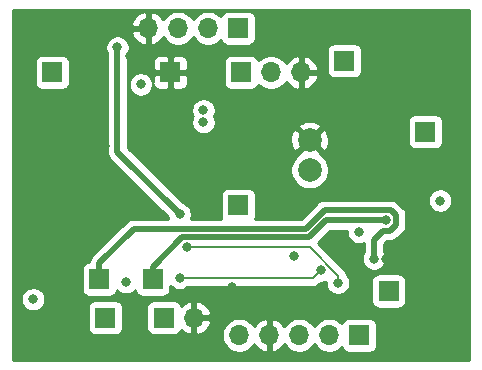
<source format=gbr>
G04 #@! TF.GenerationSoftware,KiCad,Pcbnew,(5.1.5)-3*
G04 #@! TF.CreationDate,2021-01-08T03:31:11-05:00*
G04 #@! TF.ProjectId,EPC611 LIDAR,45504336-3131-4204-9c49-4441522e6b69,rev?*
G04 #@! TF.SameCoordinates,Original*
G04 #@! TF.FileFunction,Copper,L2,Inr*
G04 #@! TF.FilePolarity,Positive*
%FSLAX46Y46*%
G04 Gerber Fmt 4.6, Leading zero omitted, Abs format (unit mm)*
G04 Created by KiCad (PCBNEW (5.1.5)-3) date 2021-01-08 03:31:11*
%MOMM*%
%LPD*%
G04 APERTURE LIST*
%ADD10R,1.700000X1.700000*%
%ADD11O,1.700000X1.700000*%
%ADD12C,2.000000*%
%ADD13C,0.800000*%
%ADD14C,0.500000*%
%ADD15C,0.200000*%
%ADD16C,0.254000*%
G04 APERTURE END LIST*
D10*
X103000000Y-98000000D03*
X131500000Y-116500000D03*
X127750000Y-97000000D03*
X107500000Y-118750000D03*
X134600000Y-103000000D03*
X118750000Y-109250000D03*
X113000000Y-98000000D03*
X111500000Y-115500000D03*
X107000000Y-115500000D03*
D11*
X115000000Y-118750000D03*
D10*
X112460000Y-118750000D03*
D11*
X124080000Y-98000000D03*
X121540000Y-98000000D03*
D10*
X119000000Y-98000000D03*
D11*
X118840000Y-120250000D03*
X121380000Y-120250000D03*
X123920000Y-120250000D03*
X126460000Y-120250000D03*
D10*
X129000000Y-120250000D03*
D11*
X111130000Y-94250000D03*
X113670000Y-94250000D03*
X116210000Y-94250000D03*
D10*
X118750000Y-94250000D03*
D12*
X124800000Y-106270000D03*
X124800000Y-103730000D03*
D13*
X101400000Y-117200000D03*
X123500000Y-113500000D03*
X129000000Y-111500000D03*
X110500000Y-99000000D03*
X109244999Y-115755001D03*
X135855001Y-108855001D03*
X131250000Y-110500000D03*
X107500000Y-104250000D03*
X109600000Y-96600000D03*
X118200000Y-116200000D03*
X131250000Y-113750000D03*
X113800000Y-110000000D03*
X108525001Y-95874999D03*
X130250000Y-113750000D03*
X115800000Y-101200000D03*
X115800000Y-102200000D03*
X127200000Y-115800000D03*
X114400000Y-112800000D03*
X125750000Y-114750000D03*
X113800000Y-115400000D03*
D14*
X113991999Y-111949999D02*
X124749999Y-111949999D01*
X111500000Y-115500000D02*
X111500000Y-114441998D01*
X111500000Y-114441998D02*
X113991999Y-111949999D01*
X126199998Y-110500000D02*
X131250000Y-110500000D01*
X124749999Y-111949999D02*
X126199998Y-110500000D01*
X108525001Y-104725001D02*
X113800000Y-110000000D01*
X108525001Y-95874999D02*
X108525001Y-104725001D01*
X107000000Y-114150000D02*
X109900011Y-111249989D01*
X107000000Y-115500000D02*
X107000000Y-114150000D01*
X132100001Y-110908001D02*
X131608002Y-111400000D01*
X124460046Y-111249989D02*
X126060036Y-109649999D01*
X126060036Y-109649999D02*
X131658001Y-109649999D01*
X109900011Y-111249989D02*
X124460046Y-111249989D01*
X132100001Y-110091999D02*
X132100001Y-110908001D01*
X131658001Y-109649999D02*
X132100001Y-110091999D01*
X131608002Y-111400000D02*
X131000000Y-111400000D01*
X130250000Y-112150000D02*
X130250000Y-113750000D01*
X131000000Y-111400000D02*
X130250000Y-112150000D01*
D15*
X127200000Y-115200000D02*
X127200000Y-115800000D01*
X114400000Y-112800000D02*
X124799999Y-112799999D01*
X124799999Y-112799999D02*
X127200000Y-115200000D01*
X125100000Y-115400000D02*
X113800000Y-115400000D01*
X125750000Y-114750000D02*
X125100000Y-115400000D01*
D16*
G36*
X138315000Y-122315000D02*
G01*
X99685000Y-122315000D01*
X99685000Y-117098061D01*
X100365000Y-117098061D01*
X100365000Y-117301939D01*
X100404774Y-117501898D01*
X100482795Y-117690256D01*
X100596063Y-117859774D01*
X100740226Y-118003937D01*
X100909744Y-118117205D01*
X101098102Y-118195226D01*
X101298061Y-118235000D01*
X101501939Y-118235000D01*
X101701898Y-118195226D01*
X101890256Y-118117205D01*
X102059774Y-118003937D01*
X102163711Y-117900000D01*
X106011928Y-117900000D01*
X106011928Y-119600000D01*
X106024188Y-119724482D01*
X106060498Y-119844180D01*
X106119463Y-119954494D01*
X106198815Y-120051185D01*
X106295506Y-120130537D01*
X106405820Y-120189502D01*
X106525518Y-120225812D01*
X106650000Y-120238072D01*
X108350000Y-120238072D01*
X108474482Y-120225812D01*
X108594180Y-120189502D01*
X108704494Y-120130537D01*
X108801185Y-120051185D01*
X108880537Y-119954494D01*
X108939502Y-119844180D01*
X108975812Y-119724482D01*
X108988072Y-119600000D01*
X108988072Y-117900000D01*
X110971928Y-117900000D01*
X110971928Y-119600000D01*
X110984188Y-119724482D01*
X111020498Y-119844180D01*
X111079463Y-119954494D01*
X111158815Y-120051185D01*
X111255506Y-120130537D01*
X111365820Y-120189502D01*
X111485518Y-120225812D01*
X111610000Y-120238072D01*
X113310000Y-120238072D01*
X113434482Y-120225812D01*
X113554180Y-120189502D01*
X113664494Y-120130537D01*
X113761185Y-120051185D01*
X113840537Y-119954494D01*
X113899502Y-119844180D01*
X113923966Y-119763534D01*
X113999731Y-119847588D01*
X114233080Y-120021641D01*
X114495901Y-120146825D01*
X114643110Y-120191476D01*
X114873000Y-120070155D01*
X114873000Y-118877000D01*
X115127000Y-118877000D01*
X115127000Y-120070155D01*
X115356890Y-120191476D01*
X115504099Y-120146825D01*
X115594554Y-120103740D01*
X117355000Y-120103740D01*
X117355000Y-120396260D01*
X117412068Y-120683158D01*
X117524010Y-120953411D01*
X117686525Y-121196632D01*
X117893368Y-121403475D01*
X118136589Y-121565990D01*
X118406842Y-121677932D01*
X118693740Y-121735000D01*
X118986260Y-121735000D01*
X119273158Y-121677932D01*
X119543411Y-121565990D01*
X119786632Y-121403475D01*
X119993475Y-121196632D01*
X120115195Y-121014466D01*
X120184822Y-121131355D01*
X120379731Y-121347588D01*
X120613080Y-121521641D01*
X120875901Y-121646825D01*
X121023110Y-121691476D01*
X121253000Y-121570155D01*
X121253000Y-120377000D01*
X121233000Y-120377000D01*
X121233000Y-120123000D01*
X121253000Y-120123000D01*
X121253000Y-118929845D01*
X121507000Y-118929845D01*
X121507000Y-120123000D01*
X121527000Y-120123000D01*
X121527000Y-120377000D01*
X121507000Y-120377000D01*
X121507000Y-121570155D01*
X121736890Y-121691476D01*
X121884099Y-121646825D01*
X122146920Y-121521641D01*
X122380269Y-121347588D01*
X122575178Y-121131355D01*
X122644805Y-121014466D01*
X122766525Y-121196632D01*
X122973368Y-121403475D01*
X123216589Y-121565990D01*
X123486842Y-121677932D01*
X123773740Y-121735000D01*
X124066260Y-121735000D01*
X124353158Y-121677932D01*
X124623411Y-121565990D01*
X124866632Y-121403475D01*
X125073475Y-121196632D01*
X125190000Y-121022240D01*
X125306525Y-121196632D01*
X125513368Y-121403475D01*
X125756589Y-121565990D01*
X126026842Y-121677932D01*
X126313740Y-121735000D01*
X126606260Y-121735000D01*
X126893158Y-121677932D01*
X127163411Y-121565990D01*
X127406632Y-121403475D01*
X127538487Y-121271620D01*
X127560498Y-121344180D01*
X127619463Y-121454494D01*
X127698815Y-121551185D01*
X127795506Y-121630537D01*
X127905820Y-121689502D01*
X128025518Y-121725812D01*
X128150000Y-121738072D01*
X129850000Y-121738072D01*
X129974482Y-121725812D01*
X130094180Y-121689502D01*
X130204494Y-121630537D01*
X130301185Y-121551185D01*
X130380537Y-121454494D01*
X130439502Y-121344180D01*
X130475812Y-121224482D01*
X130488072Y-121100000D01*
X130488072Y-119400000D01*
X130475812Y-119275518D01*
X130439502Y-119155820D01*
X130380537Y-119045506D01*
X130301185Y-118948815D01*
X130204494Y-118869463D01*
X130094180Y-118810498D01*
X129974482Y-118774188D01*
X129850000Y-118761928D01*
X128150000Y-118761928D01*
X128025518Y-118774188D01*
X127905820Y-118810498D01*
X127795506Y-118869463D01*
X127698815Y-118948815D01*
X127619463Y-119045506D01*
X127560498Y-119155820D01*
X127538487Y-119228380D01*
X127406632Y-119096525D01*
X127163411Y-118934010D01*
X126893158Y-118822068D01*
X126606260Y-118765000D01*
X126313740Y-118765000D01*
X126026842Y-118822068D01*
X125756589Y-118934010D01*
X125513368Y-119096525D01*
X125306525Y-119303368D01*
X125190000Y-119477760D01*
X125073475Y-119303368D01*
X124866632Y-119096525D01*
X124623411Y-118934010D01*
X124353158Y-118822068D01*
X124066260Y-118765000D01*
X123773740Y-118765000D01*
X123486842Y-118822068D01*
X123216589Y-118934010D01*
X122973368Y-119096525D01*
X122766525Y-119303368D01*
X122644805Y-119485534D01*
X122575178Y-119368645D01*
X122380269Y-119152412D01*
X122146920Y-118978359D01*
X121884099Y-118853175D01*
X121736890Y-118808524D01*
X121507000Y-118929845D01*
X121253000Y-118929845D01*
X121023110Y-118808524D01*
X120875901Y-118853175D01*
X120613080Y-118978359D01*
X120379731Y-119152412D01*
X120184822Y-119368645D01*
X120115195Y-119485534D01*
X119993475Y-119303368D01*
X119786632Y-119096525D01*
X119543411Y-118934010D01*
X119273158Y-118822068D01*
X118986260Y-118765000D01*
X118693740Y-118765000D01*
X118406842Y-118822068D01*
X118136589Y-118934010D01*
X117893368Y-119096525D01*
X117686525Y-119303368D01*
X117524010Y-119546589D01*
X117412068Y-119816842D01*
X117355000Y-120103740D01*
X115594554Y-120103740D01*
X115766920Y-120021641D01*
X116000269Y-119847588D01*
X116195178Y-119631355D01*
X116344157Y-119381252D01*
X116441481Y-119106891D01*
X116320814Y-118877000D01*
X115127000Y-118877000D01*
X114873000Y-118877000D01*
X114853000Y-118877000D01*
X114853000Y-118623000D01*
X114873000Y-118623000D01*
X114873000Y-117429845D01*
X115127000Y-117429845D01*
X115127000Y-118623000D01*
X116320814Y-118623000D01*
X116441481Y-118393109D01*
X116344157Y-118118748D01*
X116195178Y-117868645D01*
X116000269Y-117652412D01*
X115766920Y-117478359D01*
X115504099Y-117353175D01*
X115356890Y-117308524D01*
X115127000Y-117429845D01*
X114873000Y-117429845D01*
X114643110Y-117308524D01*
X114495901Y-117353175D01*
X114233080Y-117478359D01*
X113999731Y-117652412D01*
X113923966Y-117736466D01*
X113899502Y-117655820D01*
X113840537Y-117545506D01*
X113761185Y-117448815D01*
X113664494Y-117369463D01*
X113554180Y-117310498D01*
X113434482Y-117274188D01*
X113310000Y-117261928D01*
X111610000Y-117261928D01*
X111485518Y-117274188D01*
X111365820Y-117310498D01*
X111255506Y-117369463D01*
X111158815Y-117448815D01*
X111079463Y-117545506D01*
X111020498Y-117655820D01*
X110984188Y-117775518D01*
X110971928Y-117900000D01*
X108988072Y-117900000D01*
X108975812Y-117775518D01*
X108939502Y-117655820D01*
X108880537Y-117545506D01*
X108801185Y-117448815D01*
X108704494Y-117369463D01*
X108594180Y-117310498D01*
X108474482Y-117274188D01*
X108350000Y-117261928D01*
X106650000Y-117261928D01*
X106525518Y-117274188D01*
X106405820Y-117310498D01*
X106295506Y-117369463D01*
X106198815Y-117448815D01*
X106119463Y-117545506D01*
X106060498Y-117655820D01*
X106024188Y-117775518D01*
X106011928Y-117900000D01*
X102163711Y-117900000D01*
X102203937Y-117859774D01*
X102317205Y-117690256D01*
X102395226Y-117501898D01*
X102435000Y-117301939D01*
X102435000Y-117098061D01*
X102395226Y-116898102D01*
X102317205Y-116709744D01*
X102203937Y-116540226D01*
X102059774Y-116396063D01*
X101890256Y-116282795D01*
X101701898Y-116204774D01*
X101501939Y-116165000D01*
X101298061Y-116165000D01*
X101098102Y-116204774D01*
X100909744Y-116282795D01*
X100740226Y-116396063D01*
X100596063Y-116540226D01*
X100482795Y-116709744D01*
X100404774Y-116898102D01*
X100365000Y-117098061D01*
X99685000Y-117098061D01*
X99685000Y-114650000D01*
X105511928Y-114650000D01*
X105511928Y-116350000D01*
X105524188Y-116474482D01*
X105560498Y-116594180D01*
X105619463Y-116704494D01*
X105698815Y-116801185D01*
X105795506Y-116880537D01*
X105905820Y-116939502D01*
X106025518Y-116975812D01*
X106150000Y-116988072D01*
X107850000Y-116988072D01*
X107974482Y-116975812D01*
X108094180Y-116939502D01*
X108204494Y-116880537D01*
X108301185Y-116801185D01*
X108380537Y-116704494D01*
X108439502Y-116594180D01*
X108475812Y-116474482D01*
X108478050Y-116451763D01*
X108585225Y-116558938D01*
X108754743Y-116672206D01*
X108943101Y-116750227D01*
X109143060Y-116790001D01*
X109346938Y-116790001D01*
X109546897Y-116750227D01*
X109735255Y-116672206D01*
X109904773Y-116558938D01*
X110021054Y-116442657D01*
X110024188Y-116474482D01*
X110060498Y-116594180D01*
X110119463Y-116704494D01*
X110198815Y-116801185D01*
X110295506Y-116880537D01*
X110405820Y-116939502D01*
X110525518Y-116975812D01*
X110650000Y-116988072D01*
X112350000Y-116988072D01*
X112474482Y-116975812D01*
X112594180Y-116939502D01*
X112704494Y-116880537D01*
X112801185Y-116801185D01*
X112880537Y-116704494D01*
X112939502Y-116594180D01*
X112975812Y-116474482D01*
X112988072Y-116350000D01*
X112988072Y-116047815D01*
X112996063Y-116059774D01*
X113140226Y-116203937D01*
X113309744Y-116317205D01*
X113498102Y-116395226D01*
X113698061Y-116435000D01*
X113901939Y-116435000D01*
X114101898Y-116395226D01*
X114290256Y-116317205D01*
X114459774Y-116203937D01*
X114528711Y-116135000D01*
X125063895Y-116135000D01*
X125100000Y-116138556D01*
X125136105Y-116135000D01*
X125244085Y-116124365D01*
X125382633Y-116082337D01*
X125510320Y-116014087D01*
X125622238Y-115922238D01*
X125645258Y-115894188D01*
X125754446Y-115785000D01*
X125851939Y-115785000D01*
X126051898Y-115745226D01*
X126165000Y-115698377D01*
X126165000Y-115901939D01*
X126204774Y-116101898D01*
X126282795Y-116290256D01*
X126396063Y-116459774D01*
X126540226Y-116603937D01*
X126709744Y-116717205D01*
X126898102Y-116795226D01*
X127098061Y-116835000D01*
X127301939Y-116835000D01*
X127501898Y-116795226D01*
X127690256Y-116717205D01*
X127859774Y-116603937D01*
X128003937Y-116459774D01*
X128117205Y-116290256D01*
X128195226Y-116101898D01*
X128235000Y-115901939D01*
X128235000Y-115698061D01*
X128225441Y-115650000D01*
X130011928Y-115650000D01*
X130011928Y-117350000D01*
X130024188Y-117474482D01*
X130060498Y-117594180D01*
X130119463Y-117704494D01*
X130198815Y-117801185D01*
X130295506Y-117880537D01*
X130405820Y-117939502D01*
X130525518Y-117975812D01*
X130650000Y-117988072D01*
X132350000Y-117988072D01*
X132474482Y-117975812D01*
X132594180Y-117939502D01*
X132704494Y-117880537D01*
X132801185Y-117801185D01*
X132880537Y-117704494D01*
X132939502Y-117594180D01*
X132975812Y-117474482D01*
X132988072Y-117350000D01*
X132988072Y-115650000D01*
X132975812Y-115525518D01*
X132939502Y-115405820D01*
X132880537Y-115295506D01*
X132801185Y-115198815D01*
X132704494Y-115119463D01*
X132594180Y-115060498D01*
X132474482Y-115024188D01*
X132350000Y-115011928D01*
X130650000Y-115011928D01*
X130525518Y-115024188D01*
X130405820Y-115060498D01*
X130295506Y-115119463D01*
X130198815Y-115198815D01*
X130119463Y-115295506D01*
X130060498Y-115405820D01*
X130024188Y-115525518D01*
X130011928Y-115650000D01*
X128225441Y-115650000D01*
X128195226Y-115498102D01*
X128117205Y-115309744D01*
X128003937Y-115140226D01*
X127924883Y-115061172D01*
X127924365Y-115055914D01*
X127904273Y-114989680D01*
X127882337Y-114917367D01*
X127814087Y-114789680D01*
X127756902Y-114720001D01*
X127745253Y-114705806D01*
X127745250Y-114705803D01*
X127722237Y-114677762D01*
X127694197Y-114654750D01*
X125495511Y-112456065D01*
X126566577Y-111385000D01*
X127967598Y-111385000D01*
X127965000Y-111398061D01*
X127965000Y-111601939D01*
X128004774Y-111801898D01*
X128082795Y-111990256D01*
X128196063Y-112159774D01*
X128340226Y-112303937D01*
X128509744Y-112417205D01*
X128698102Y-112495226D01*
X128898061Y-112535000D01*
X129101939Y-112535000D01*
X129301898Y-112495226D01*
X129365000Y-112469088D01*
X129365001Y-113211545D01*
X129332795Y-113259744D01*
X129254774Y-113448102D01*
X129215000Y-113648061D01*
X129215000Y-113851939D01*
X129254774Y-114051898D01*
X129332795Y-114240256D01*
X129446063Y-114409774D01*
X129590226Y-114553937D01*
X129759744Y-114667205D01*
X129948102Y-114745226D01*
X130148061Y-114785000D01*
X130351939Y-114785000D01*
X130551898Y-114745226D01*
X130740256Y-114667205D01*
X130909774Y-114553937D01*
X131053937Y-114409774D01*
X131167205Y-114240256D01*
X131245226Y-114051898D01*
X131285000Y-113851939D01*
X131285000Y-113648061D01*
X131245226Y-113448102D01*
X131167205Y-113259744D01*
X131135000Y-113211546D01*
X131135000Y-112516578D01*
X131366579Y-112285000D01*
X131564533Y-112285000D01*
X131608002Y-112289281D01*
X131651471Y-112285000D01*
X131651479Y-112285000D01*
X131781492Y-112272195D01*
X131948315Y-112221589D01*
X132102061Y-112139411D01*
X132236819Y-112028817D01*
X132264536Y-111995044D01*
X132695045Y-111564535D01*
X132728818Y-111536818D01*
X132839412Y-111402060D01*
X132891859Y-111303937D01*
X132921590Y-111248315D01*
X132972196Y-111081491D01*
X132980807Y-110994059D01*
X132985001Y-110951478D01*
X132985001Y-110951470D01*
X132989282Y-110908001D01*
X132985001Y-110864532D01*
X132985001Y-110135464D01*
X132989282Y-110091998D01*
X132985001Y-110048532D01*
X132985001Y-110048522D01*
X132972196Y-109918509D01*
X132921590Y-109751686D01*
X132839412Y-109597940D01*
X132728818Y-109463182D01*
X132695046Y-109435466D01*
X132314535Y-109054955D01*
X132286818Y-109021182D01*
X132152060Y-108910588D01*
X131998314Y-108828410D01*
X131831491Y-108777804D01*
X131701478Y-108764999D01*
X131701470Y-108764999D01*
X131658001Y-108760718D01*
X131614532Y-108764999D01*
X126103505Y-108764999D01*
X126060036Y-108760718D01*
X126016567Y-108764999D01*
X126016559Y-108764999D01*
X125886546Y-108777804D01*
X125719722Y-108828410D01*
X125565977Y-108910588D01*
X125464989Y-108993467D01*
X125464987Y-108993469D01*
X125431219Y-109021182D01*
X125403506Y-109054950D01*
X124093468Y-110364989D01*
X120178379Y-110364989D01*
X120189502Y-110344180D01*
X120225812Y-110224482D01*
X120238072Y-110100000D01*
X120238072Y-108753062D01*
X134820001Y-108753062D01*
X134820001Y-108956940D01*
X134859775Y-109156899D01*
X134937796Y-109345257D01*
X135051064Y-109514775D01*
X135195227Y-109658938D01*
X135364745Y-109772206D01*
X135553103Y-109850227D01*
X135753062Y-109890001D01*
X135956940Y-109890001D01*
X136156899Y-109850227D01*
X136345257Y-109772206D01*
X136514775Y-109658938D01*
X136658938Y-109514775D01*
X136772206Y-109345257D01*
X136850227Y-109156899D01*
X136890001Y-108956940D01*
X136890001Y-108753062D01*
X136850227Y-108553103D01*
X136772206Y-108364745D01*
X136658938Y-108195227D01*
X136514775Y-108051064D01*
X136345257Y-107937796D01*
X136156899Y-107859775D01*
X135956940Y-107820001D01*
X135753062Y-107820001D01*
X135553103Y-107859775D01*
X135364745Y-107937796D01*
X135195227Y-108051064D01*
X135051064Y-108195227D01*
X134937796Y-108364745D01*
X134859775Y-108553103D01*
X134820001Y-108753062D01*
X120238072Y-108753062D01*
X120238072Y-108400000D01*
X120225812Y-108275518D01*
X120189502Y-108155820D01*
X120130537Y-108045506D01*
X120051185Y-107948815D01*
X119954494Y-107869463D01*
X119844180Y-107810498D01*
X119724482Y-107774188D01*
X119600000Y-107761928D01*
X117900000Y-107761928D01*
X117775518Y-107774188D01*
X117655820Y-107810498D01*
X117545506Y-107869463D01*
X117448815Y-107948815D01*
X117369463Y-108045506D01*
X117310498Y-108155820D01*
X117274188Y-108275518D01*
X117261928Y-108400000D01*
X117261928Y-110100000D01*
X117274188Y-110224482D01*
X117310498Y-110344180D01*
X117321621Y-110364989D01*
X114769093Y-110364989D01*
X114795226Y-110301898D01*
X114835000Y-110101939D01*
X114835000Y-109898061D01*
X114795226Y-109698102D01*
X114717205Y-109509744D01*
X114603937Y-109340226D01*
X114459774Y-109196063D01*
X114290256Y-109082795D01*
X114101898Y-109004774D01*
X114045044Y-108993465D01*
X111160546Y-106108967D01*
X123165000Y-106108967D01*
X123165000Y-106431033D01*
X123227832Y-106746912D01*
X123351082Y-107044463D01*
X123530013Y-107312252D01*
X123757748Y-107539987D01*
X124025537Y-107718918D01*
X124323088Y-107842168D01*
X124638967Y-107905000D01*
X124961033Y-107905000D01*
X125276912Y-107842168D01*
X125574463Y-107718918D01*
X125842252Y-107539987D01*
X126069987Y-107312252D01*
X126248918Y-107044463D01*
X126372168Y-106746912D01*
X126435000Y-106431033D01*
X126435000Y-106108967D01*
X126372168Y-105793088D01*
X126248918Y-105495537D01*
X126069987Y-105227748D01*
X125842252Y-105000013D01*
X125733400Y-104927280D01*
X125755808Y-104865413D01*
X124800000Y-103909605D01*
X123844192Y-104865413D01*
X123866600Y-104927280D01*
X123757748Y-105000013D01*
X123530013Y-105227748D01*
X123351082Y-105495537D01*
X123227832Y-105793088D01*
X123165000Y-106108967D01*
X111160546Y-106108967D01*
X109410001Y-104358423D01*
X109410001Y-103792595D01*
X123158282Y-103792595D01*
X123202039Y-104111675D01*
X123307205Y-104416088D01*
X123400186Y-104590044D01*
X123664587Y-104685808D01*
X124620395Y-103730000D01*
X124979605Y-103730000D01*
X125935413Y-104685808D01*
X126199814Y-104590044D01*
X126340704Y-104300429D01*
X126422384Y-103988892D01*
X126441718Y-103667405D01*
X126397961Y-103348325D01*
X126292795Y-103043912D01*
X126199814Y-102869956D01*
X125935413Y-102774192D01*
X124979605Y-103730000D01*
X124620395Y-103730000D01*
X123664587Y-102774192D01*
X123400186Y-102869956D01*
X123259296Y-103159571D01*
X123177616Y-103471108D01*
X123158282Y-103792595D01*
X109410001Y-103792595D01*
X109410001Y-101098061D01*
X114765000Y-101098061D01*
X114765000Y-101301939D01*
X114804774Y-101501898D01*
X114882795Y-101690256D01*
X114889306Y-101700000D01*
X114882795Y-101709744D01*
X114804774Y-101898102D01*
X114765000Y-102098061D01*
X114765000Y-102301939D01*
X114804774Y-102501898D01*
X114882795Y-102690256D01*
X114996063Y-102859774D01*
X115140226Y-103003937D01*
X115309744Y-103117205D01*
X115498102Y-103195226D01*
X115698061Y-103235000D01*
X115901939Y-103235000D01*
X116101898Y-103195226D01*
X116290256Y-103117205D01*
X116459774Y-103003937D01*
X116603937Y-102859774D01*
X116717205Y-102690256D01*
X116756832Y-102594587D01*
X123844192Y-102594587D01*
X124800000Y-103550395D01*
X125755808Y-102594587D01*
X125660044Y-102330186D01*
X125370429Y-102189296D01*
X125220550Y-102150000D01*
X133111928Y-102150000D01*
X133111928Y-103850000D01*
X133124188Y-103974482D01*
X133160498Y-104094180D01*
X133219463Y-104204494D01*
X133298815Y-104301185D01*
X133395506Y-104380537D01*
X133505820Y-104439502D01*
X133625518Y-104475812D01*
X133750000Y-104488072D01*
X135450000Y-104488072D01*
X135574482Y-104475812D01*
X135694180Y-104439502D01*
X135804494Y-104380537D01*
X135901185Y-104301185D01*
X135980537Y-104204494D01*
X136039502Y-104094180D01*
X136075812Y-103974482D01*
X136088072Y-103850000D01*
X136088072Y-102150000D01*
X136075812Y-102025518D01*
X136039502Y-101905820D01*
X135980537Y-101795506D01*
X135901185Y-101698815D01*
X135804494Y-101619463D01*
X135694180Y-101560498D01*
X135574482Y-101524188D01*
X135450000Y-101511928D01*
X133750000Y-101511928D01*
X133625518Y-101524188D01*
X133505820Y-101560498D01*
X133395506Y-101619463D01*
X133298815Y-101698815D01*
X133219463Y-101795506D01*
X133160498Y-101905820D01*
X133124188Y-102025518D01*
X133111928Y-102150000D01*
X125220550Y-102150000D01*
X125058892Y-102107616D01*
X124737405Y-102088282D01*
X124418325Y-102132039D01*
X124113912Y-102237205D01*
X123939956Y-102330186D01*
X123844192Y-102594587D01*
X116756832Y-102594587D01*
X116795226Y-102501898D01*
X116835000Y-102301939D01*
X116835000Y-102098061D01*
X116795226Y-101898102D01*
X116717205Y-101709744D01*
X116710694Y-101700000D01*
X116717205Y-101690256D01*
X116795226Y-101501898D01*
X116835000Y-101301939D01*
X116835000Y-101098061D01*
X116795226Y-100898102D01*
X116717205Y-100709744D01*
X116603937Y-100540226D01*
X116459774Y-100396063D01*
X116290256Y-100282795D01*
X116101898Y-100204774D01*
X115901939Y-100165000D01*
X115698061Y-100165000D01*
X115498102Y-100204774D01*
X115309744Y-100282795D01*
X115140226Y-100396063D01*
X114996063Y-100540226D01*
X114882795Y-100709744D01*
X114804774Y-100898102D01*
X114765000Y-101098061D01*
X109410001Y-101098061D01*
X109410001Y-98898061D01*
X109465000Y-98898061D01*
X109465000Y-99101939D01*
X109504774Y-99301898D01*
X109582795Y-99490256D01*
X109696063Y-99659774D01*
X109840226Y-99803937D01*
X110009744Y-99917205D01*
X110198102Y-99995226D01*
X110398061Y-100035000D01*
X110601939Y-100035000D01*
X110801898Y-99995226D01*
X110990256Y-99917205D01*
X111159774Y-99803937D01*
X111303937Y-99659774D01*
X111417205Y-99490256D01*
X111495226Y-99301898D01*
X111535000Y-99101939D01*
X111535000Y-99010124D01*
X111560498Y-99094180D01*
X111619463Y-99204494D01*
X111698815Y-99301185D01*
X111795506Y-99380537D01*
X111905820Y-99439502D01*
X112025518Y-99475812D01*
X112150000Y-99488072D01*
X112714250Y-99485000D01*
X112873000Y-99326250D01*
X112873000Y-98127000D01*
X113127000Y-98127000D01*
X113127000Y-99326250D01*
X113285750Y-99485000D01*
X113850000Y-99488072D01*
X113974482Y-99475812D01*
X114094180Y-99439502D01*
X114204494Y-99380537D01*
X114301185Y-99301185D01*
X114380537Y-99204494D01*
X114439502Y-99094180D01*
X114475812Y-98974482D01*
X114488072Y-98850000D01*
X114485000Y-98285750D01*
X114326250Y-98127000D01*
X113127000Y-98127000D01*
X112873000Y-98127000D01*
X111673750Y-98127000D01*
X111515000Y-98285750D01*
X111512288Y-98783879D01*
X111495226Y-98698102D01*
X111417205Y-98509744D01*
X111303937Y-98340226D01*
X111159774Y-98196063D01*
X110990256Y-98082795D01*
X110801898Y-98004774D01*
X110601939Y-97965000D01*
X110398061Y-97965000D01*
X110198102Y-98004774D01*
X110009744Y-98082795D01*
X109840226Y-98196063D01*
X109696063Y-98340226D01*
X109582795Y-98509744D01*
X109504774Y-98698102D01*
X109465000Y-98898061D01*
X109410001Y-98898061D01*
X109410001Y-97150000D01*
X111511928Y-97150000D01*
X111515000Y-97714250D01*
X111673750Y-97873000D01*
X112873000Y-97873000D01*
X112873000Y-96673750D01*
X113127000Y-96673750D01*
X113127000Y-97873000D01*
X114326250Y-97873000D01*
X114485000Y-97714250D01*
X114488072Y-97150000D01*
X117511928Y-97150000D01*
X117511928Y-98850000D01*
X117524188Y-98974482D01*
X117560498Y-99094180D01*
X117619463Y-99204494D01*
X117698815Y-99301185D01*
X117795506Y-99380537D01*
X117905820Y-99439502D01*
X118025518Y-99475812D01*
X118150000Y-99488072D01*
X119850000Y-99488072D01*
X119974482Y-99475812D01*
X120094180Y-99439502D01*
X120204494Y-99380537D01*
X120301185Y-99301185D01*
X120380537Y-99204494D01*
X120439502Y-99094180D01*
X120461513Y-99021620D01*
X120593368Y-99153475D01*
X120836589Y-99315990D01*
X121106842Y-99427932D01*
X121393740Y-99485000D01*
X121686260Y-99485000D01*
X121973158Y-99427932D01*
X122243411Y-99315990D01*
X122486632Y-99153475D01*
X122693475Y-98946632D01*
X122815195Y-98764466D01*
X122884822Y-98881355D01*
X123079731Y-99097588D01*
X123313080Y-99271641D01*
X123575901Y-99396825D01*
X123723110Y-99441476D01*
X123953000Y-99320155D01*
X123953000Y-98127000D01*
X124207000Y-98127000D01*
X124207000Y-99320155D01*
X124436890Y-99441476D01*
X124584099Y-99396825D01*
X124846920Y-99271641D01*
X125080269Y-99097588D01*
X125275178Y-98881355D01*
X125424157Y-98631252D01*
X125521481Y-98356891D01*
X125400814Y-98127000D01*
X124207000Y-98127000D01*
X123953000Y-98127000D01*
X123933000Y-98127000D01*
X123933000Y-97873000D01*
X123953000Y-97873000D01*
X123953000Y-96679845D01*
X124207000Y-96679845D01*
X124207000Y-97873000D01*
X125400814Y-97873000D01*
X125521481Y-97643109D01*
X125424157Y-97368748D01*
X125275178Y-97118645D01*
X125080269Y-96902412D01*
X124846920Y-96728359D01*
X124584099Y-96603175D01*
X124436890Y-96558524D01*
X124207000Y-96679845D01*
X123953000Y-96679845D01*
X123723110Y-96558524D01*
X123575901Y-96603175D01*
X123313080Y-96728359D01*
X123079731Y-96902412D01*
X122884822Y-97118645D01*
X122815195Y-97235534D01*
X122693475Y-97053368D01*
X122486632Y-96846525D01*
X122243411Y-96684010D01*
X121973158Y-96572068D01*
X121686260Y-96515000D01*
X121393740Y-96515000D01*
X121106842Y-96572068D01*
X120836589Y-96684010D01*
X120593368Y-96846525D01*
X120461513Y-96978380D01*
X120439502Y-96905820D01*
X120380537Y-96795506D01*
X120301185Y-96698815D01*
X120204494Y-96619463D01*
X120094180Y-96560498D01*
X119974482Y-96524188D01*
X119850000Y-96511928D01*
X118150000Y-96511928D01*
X118025518Y-96524188D01*
X117905820Y-96560498D01*
X117795506Y-96619463D01*
X117698815Y-96698815D01*
X117619463Y-96795506D01*
X117560498Y-96905820D01*
X117524188Y-97025518D01*
X117511928Y-97150000D01*
X114488072Y-97150000D01*
X114475812Y-97025518D01*
X114439502Y-96905820D01*
X114380537Y-96795506D01*
X114301185Y-96698815D01*
X114204494Y-96619463D01*
X114094180Y-96560498D01*
X113974482Y-96524188D01*
X113850000Y-96511928D01*
X113285750Y-96515000D01*
X113127000Y-96673750D01*
X112873000Y-96673750D01*
X112714250Y-96515000D01*
X112150000Y-96511928D01*
X112025518Y-96524188D01*
X111905820Y-96560498D01*
X111795506Y-96619463D01*
X111698815Y-96698815D01*
X111619463Y-96795506D01*
X111560498Y-96905820D01*
X111524188Y-97025518D01*
X111511928Y-97150000D01*
X109410001Y-97150000D01*
X109410001Y-96413453D01*
X109442206Y-96365255D01*
X109520227Y-96176897D01*
X109525577Y-96150000D01*
X126261928Y-96150000D01*
X126261928Y-97850000D01*
X126274188Y-97974482D01*
X126310498Y-98094180D01*
X126369463Y-98204494D01*
X126448815Y-98301185D01*
X126545506Y-98380537D01*
X126655820Y-98439502D01*
X126775518Y-98475812D01*
X126900000Y-98488072D01*
X128600000Y-98488072D01*
X128724482Y-98475812D01*
X128844180Y-98439502D01*
X128954494Y-98380537D01*
X129051185Y-98301185D01*
X129130537Y-98204494D01*
X129189502Y-98094180D01*
X129225812Y-97974482D01*
X129238072Y-97850000D01*
X129238072Y-96150000D01*
X129225812Y-96025518D01*
X129189502Y-95905820D01*
X129130537Y-95795506D01*
X129051185Y-95698815D01*
X128954494Y-95619463D01*
X128844180Y-95560498D01*
X128724482Y-95524188D01*
X128600000Y-95511928D01*
X126900000Y-95511928D01*
X126775518Y-95524188D01*
X126655820Y-95560498D01*
X126545506Y-95619463D01*
X126448815Y-95698815D01*
X126369463Y-95795506D01*
X126310498Y-95905820D01*
X126274188Y-96025518D01*
X126261928Y-96150000D01*
X109525577Y-96150000D01*
X109560001Y-95976938D01*
X109560001Y-95773060D01*
X109520227Y-95573101D01*
X109442206Y-95384743D01*
X109328938Y-95215225D01*
X109184775Y-95071062D01*
X109015257Y-94957794D01*
X108826899Y-94879773D01*
X108626940Y-94839999D01*
X108423062Y-94839999D01*
X108223103Y-94879773D01*
X108034745Y-94957794D01*
X107865227Y-95071062D01*
X107721064Y-95215225D01*
X107607796Y-95384743D01*
X107529775Y-95573101D01*
X107490001Y-95773060D01*
X107490001Y-95976938D01*
X107529775Y-96176897D01*
X107607796Y-96365255D01*
X107640001Y-96413453D01*
X107640002Y-104681522D01*
X107635720Y-104725001D01*
X107652806Y-104898491D01*
X107703413Y-105065314D01*
X107785591Y-105219060D01*
X107868469Y-105320047D01*
X107868472Y-105320050D01*
X107896185Y-105353818D01*
X107929953Y-105381531D01*
X112793465Y-110245044D01*
X112804774Y-110301898D01*
X112830907Y-110364989D01*
X109943480Y-110364989D01*
X109900011Y-110360708D01*
X109856542Y-110364989D01*
X109856534Y-110364989D01*
X109726521Y-110377794D01*
X109559698Y-110428400D01*
X109416811Y-110504774D01*
X109405952Y-110510578D01*
X109304964Y-110593457D01*
X109304962Y-110593459D01*
X109271194Y-110621172D01*
X109243481Y-110654940D01*
X106404951Y-113493471D01*
X106371184Y-113521183D01*
X106343471Y-113554951D01*
X106343468Y-113554954D01*
X106260590Y-113655941D01*
X106178412Y-113809687D01*
X106127805Y-113976510D01*
X106124065Y-114014482D01*
X106025518Y-114024188D01*
X105905820Y-114060498D01*
X105795506Y-114119463D01*
X105698815Y-114198815D01*
X105619463Y-114295506D01*
X105560498Y-114405820D01*
X105524188Y-114525518D01*
X105511928Y-114650000D01*
X99685000Y-114650000D01*
X99685000Y-97150000D01*
X101511928Y-97150000D01*
X101511928Y-98850000D01*
X101524188Y-98974482D01*
X101560498Y-99094180D01*
X101619463Y-99204494D01*
X101698815Y-99301185D01*
X101795506Y-99380537D01*
X101905820Y-99439502D01*
X102025518Y-99475812D01*
X102150000Y-99488072D01*
X103850000Y-99488072D01*
X103974482Y-99475812D01*
X104094180Y-99439502D01*
X104204494Y-99380537D01*
X104301185Y-99301185D01*
X104380537Y-99204494D01*
X104439502Y-99094180D01*
X104475812Y-98974482D01*
X104488072Y-98850000D01*
X104488072Y-97150000D01*
X104475812Y-97025518D01*
X104439502Y-96905820D01*
X104380537Y-96795506D01*
X104301185Y-96698815D01*
X104204494Y-96619463D01*
X104094180Y-96560498D01*
X103974482Y-96524188D01*
X103850000Y-96511928D01*
X102150000Y-96511928D01*
X102025518Y-96524188D01*
X101905820Y-96560498D01*
X101795506Y-96619463D01*
X101698815Y-96698815D01*
X101619463Y-96795506D01*
X101560498Y-96905820D01*
X101524188Y-97025518D01*
X101511928Y-97150000D01*
X99685000Y-97150000D01*
X99685000Y-94606891D01*
X109688519Y-94606891D01*
X109785843Y-94881252D01*
X109934822Y-95131355D01*
X110129731Y-95347588D01*
X110363080Y-95521641D01*
X110625901Y-95646825D01*
X110773110Y-95691476D01*
X111003000Y-95570155D01*
X111003000Y-94377000D01*
X109809186Y-94377000D01*
X109688519Y-94606891D01*
X99685000Y-94606891D01*
X99685000Y-93893109D01*
X109688519Y-93893109D01*
X109809186Y-94123000D01*
X111003000Y-94123000D01*
X111003000Y-92929845D01*
X111257000Y-92929845D01*
X111257000Y-94123000D01*
X111277000Y-94123000D01*
X111277000Y-94377000D01*
X111257000Y-94377000D01*
X111257000Y-95570155D01*
X111486890Y-95691476D01*
X111634099Y-95646825D01*
X111896920Y-95521641D01*
X112130269Y-95347588D01*
X112325178Y-95131355D01*
X112394805Y-95014466D01*
X112516525Y-95196632D01*
X112723368Y-95403475D01*
X112966589Y-95565990D01*
X113236842Y-95677932D01*
X113523740Y-95735000D01*
X113816260Y-95735000D01*
X114103158Y-95677932D01*
X114373411Y-95565990D01*
X114616632Y-95403475D01*
X114823475Y-95196632D01*
X114940000Y-95022240D01*
X115056525Y-95196632D01*
X115263368Y-95403475D01*
X115506589Y-95565990D01*
X115776842Y-95677932D01*
X116063740Y-95735000D01*
X116356260Y-95735000D01*
X116643158Y-95677932D01*
X116913411Y-95565990D01*
X117156632Y-95403475D01*
X117288487Y-95271620D01*
X117310498Y-95344180D01*
X117369463Y-95454494D01*
X117448815Y-95551185D01*
X117545506Y-95630537D01*
X117655820Y-95689502D01*
X117775518Y-95725812D01*
X117900000Y-95738072D01*
X119600000Y-95738072D01*
X119724482Y-95725812D01*
X119844180Y-95689502D01*
X119954494Y-95630537D01*
X120051185Y-95551185D01*
X120130537Y-95454494D01*
X120189502Y-95344180D01*
X120225812Y-95224482D01*
X120238072Y-95100000D01*
X120238072Y-93400000D01*
X120225812Y-93275518D01*
X120189502Y-93155820D01*
X120130537Y-93045506D01*
X120051185Y-92948815D01*
X119954494Y-92869463D01*
X119844180Y-92810498D01*
X119724482Y-92774188D01*
X119600000Y-92761928D01*
X117900000Y-92761928D01*
X117775518Y-92774188D01*
X117655820Y-92810498D01*
X117545506Y-92869463D01*
X117448815Y-92948815D01*
X117369463Y-93045506D01*
X117310498Y-93155820D01*
X117288487Y-93228380D01*
X117156632Y-93096525D01*
X116913411Y-92934010D01*
X116643158Y-92822068D01*
X116356260Y-92765000D01*
X116063740Y-92765000D01*
X115776842Y-92822068D01*
X115506589Y-92934010D01*
X115263368Y-93096525D01*
X115056525Y-93303368D01*
X114940000Y-93477760D01*
X114823475Y-93303368D01*
X114616632Y-93096525D01*
X114373411Y-92934010D01*
X114103158Y-92822068D01*
X113816260Y-92765000D01*
X113523740Y-92765000D01*
X113236842Y-92822068D01*
X112966589Y-92934010D01*
X112723368Y-93096525D01*
X112516525Y-93303368D01*
X112394805Y-93485534D01*
X112325178Y-93368645D01*
X112130269Y-93152412D01*
X111896920Y-92978359D01*
X111634099Y-92853175D01*
X111486890Y-92808524D01*
X111257000Y-92929845D01*
X111003000Y-92929845D01*
X110773110Y-92808524D01*
X110625901Y-92853175D01*
X110363080Y-92978359D01*
X110129731Y-93152412D01*
X109934822Y-93368645D01*
X109785843Y-93618748D01*
X109688519Y-93893109D01*
X99685000Y-93893109D01*
X99685000Y-92685000D01*
X138315001Y-92685000D01*
X138315000Y-122315000D01*
G37*
X138315000Y-122315000D02*
X99685000Y-122315000D01*
X99685000Y-117098061D01*
X100365000Y-117098061D01*
X100365000Y-117301939D01*
X100404774Y-117501898D01*
X100482795Y-117690256D01*
X100596063Y-117859774D01*
X100740226Y-118003937D01*
X100909744Y-118117205D01*
X101098102Y-118195226D01*
X101298061Y-118235000D01*
X101501939Y-118235000D01*
X101701898Y-118195226D01*
X101890256Y-118117205D01*
X102059774Y-118003937D01*
X102163711Y-117900000D01*
X106011928Y-117900000D01*
X106011928Y-119600000D01*
X106024188Y-119724482D01*
X106060498Y-119844180D01*
X106119463Y-119954494D01*
X106198815Y-120051185D01*
X106295506Y-120130537D01*
X106405820Y-120189502D01*
X106525518Y-120225812D01*
X106650000Y-120238072D01*
X108350000Y-120238072D01*
X108474482Y-120225812D01*
X108594180Y-120189502D01*
X108704494Y-120130537D01*
X108801185Y-120051185D01*
X108880537Y-119954494D01*
X108939502Y-119844180D01*
X108975812Y-119724482D01*
X108988072Y-119600000D01*
X108988072Y-117900000D01*
X110971928Y-117900000D01*
X110971928Y-119600000D01*
X110984188Y-119724482D01*
X111020498Y-119844180D01*
X111079463Y-119954494D01*
X111158815Y-120051185D01*
X111255506Y-120130537D01*
X111365820Y-120189502D01*
X111485518Y-120225812D01*
X111610000Y-120238072D01*
X113310000Y-120238072D01*
X113434482Y-120225812D01*
X113554180Y-120189502D01*
X113664494Y-120130537D01*
X113761185Y-120051185D01*
X113840537Y-119954494D01*
X113899502Y-119844180D01*
X113923966Y-119763534D01*
X113999731Y-119847588D01*
X114233080Y-120021641D01*
X114495901Y-120146825D01*
X114643110Y-120191476D01*
X114873000Y-120070155D01*
X114873000Y-118877000D01*
X115127000Y-118877000D01*
X115127000Y-120070155D01*
X115356890Y-120191476D01*
X115504099Y-120146825D01*
X115594554Y-120103740D01*
X117355000Y-120103740D01*
X117355000Y-120396260D01*
X117412068Y-120683158D01*
X117524010Y-120953411D01*
X117686525Y-121196632D01*
X117893368Y-121403475D01*
X118136589Y-121565990D01*
X118406842Y-121677932D01*
X118693740Y-121735000D01*
X118986260Y-121735000D01*
X119273158Y-121677932D01*
X119543411Y-121565990D01*
X119786632Y-121403475D01*
X119993475Y-121196632D01*
X120115195Y-121014466D01*
X120184822Y-121131355D01*
X120379731Y-121347588D01*
X120613080Y-121521641D01*
X120875901Y-121646825D01*
X121023110Y-121691476D01*
X121253000Y-121570155D01*
X121253000Y-120377000D01*
X121233000Y-120377000D01*
X121233000Y-120123000D01*
X121253000Y-120123000D01*
X121253000Y-118929845D01*
X121507000Y-118929845D01*
X121507000Y-120123000D01*
X121527000Y-120123000D01*
X121527000Y-120377000D01*
X121507000Y-120377000D01*
X121507000Y-121570155D01*
X121736890Y-121691476D01*
X121884099Y-121646825D01*
X122146920Y-121521641D01*
X122380269Y-121347588D01*
X122575178Y-121131355D01*
X122644805Y-121014466D01*
X122766525Y-121196632D01*
X122973368Y-121403475D01*
X123216589Y-121565990D01*
X123486842Y-121677932D01*
X123773740Y-121735000D01*
X124066260Y-121735000D01*
X124353158Y-121677932D01*
X124623411Y-121565990D01*
X124866632Y-121403475D01*
X125073475Y-121196632D01*
X125190000Y-121022240D01*
X125306525Y-121196632D01*
X125513368Y-121403475D01*
X125756589Y-121565990D01*
X126026842Y-121677932D01*
X126313740Y-121735000D01*
X126606260Y-121735000D01*
X126893158Y-121677932D01*
X127163411Y-121565990D01*
X127406632Y-121403475D01*
X127538487Y-121271620D01*
X127560498Y-121344180D01*
X127619463Y-121454494D01*
X127698815Y-121551185D01*
X127795506Y-121630537D01*
X127905820Y-121689502D01*
X128025518Y-121725812D01*
X128150000Y-121738072D01*
X129850000Y-121738072D01*
X129974482Y-121725812D01*
X130094180Y-121689502D01*
X130204494Y-121630537D01*
X130301185Y-121551185D01*
X130380537Y-121454494D01*
X130439502Y-121344180D01*
X130475812Y-121224482D01*
X130488072Y-121100000D01*
X130488072Y-119400000D01*
X130475812Y-119275518D01*
X130439502Y-119155820D01*
X130380537Y-119045506D01*
X130301185Y-118948815D01*
X130204494Y-118869463D01*
X130094180Y-118810498D01*
X129974482Y-118774188D01*
X129850000Y-118761928D01*
X128150000Y-118761928D01*
X128025518Y-118774188D01*
X127905820Y-118810498D01*
X127795506Y-118869463D01*
X127698815Y-118948815D01*
X127619463Y-119045506D01*
X127560498Y-119155820D01*
X127538487Y-119228380D01*
X127406632Y-119096525D01*
X127163411Y-118934010D01*
X126893158Y-118822068D01*
X126606260Y-118765000D01*
X126313740Y-118765000D01*
X126026842Y-118822068D01*
X125756589Y-118934010D01*
X125513368Y-119096525D01*
X125306525Y-119303368D01*
X125190000Y-119477760D01*
X125073475Y-119303368D01*
X124866632Y-119096525D01*
X124623411Y-118934010D01*
X124353158Y-118822068D01*
X124066260Y-118765000D01*
X123773740Y-118765000D01*
X123486842Y-118822068D01*
X123216589Y-118934010D01*
X122973368Y-119096525D01*
X122766525Y-119303368D01*
X122644805Y-119485534D01*
X122575178Y-119368645D01*
X122380269Y-119152412D01*
X122146920Y-118978359D01*
X121884099Y-118853175D01*
X121736890Y-118808524D01*
X121507000Y-118929845D01*
X121253000Y-118929845D01*
X121023110Y-118808524D01*
X120875901Y-118853175D01*
X120613080Y-118978359D01*
X120379731Y-119152412D01*
X120184822Y-119368645D01*
X120115195Y-119485534D01*
X119993475Y-119303368D01*
X119786632Y-119096525D01*
X119543411Y-118934010D01*
X119273158Y-118822068D01*
X118986260Y-118765000D01*
X118693740Y-118765000D01*
X118406842Y-118822068D01*
X118136589Y-118934010D01*
X117893368Y-119096525D01*
X117686525Y-119303368D01*
X117524010Y-119546589D01*
X117412068Y-119816842D01*
X117355000Y-120103740D01*
X115594554Y-120103740D01*
X115766920Y-120021641D01*
X116000269Y-119847588D01*
X116195178Y-119631355D01*
X116344157Y-119381252D01*
X116441481Y-119106891D01*
X116320814Y-118877000D01*
X115127000Y-118877000D01*
X114873000Y-118877000D01*
X114853000Y-118877000D01*
X114853000Y-118623000D01*
X114873000Y-118623000D01*
X114873000Y-117429845D01*
X115127000Y-117429845D01*
X115127000Y-118623000D01*
X116320814Y-118623000D01*
X116441481Y-118393109D01*
X116344157Y-118118748D01*
X116195178Y-117868645D01*
X116000269Y-117652412D01*
X115766920Y-117478359D01*
X115504099Y-117353175D01*
X115356890Y-117308524D01*
X115127000Y-117429845D01*
X114873000Y-117429845D01*
X114643110Y-117308524D01*
X114495901Y-117353175D01*
X114233080Y-117478359D01*
X113999731Y-117652412D01*
X113923966Y-117736466D01*
X113899502Y-117655820D01*
X113840537Y-117545506D01*
X113761185Y-117448815D01*
X113664494Y-117369463D01*
X113554180Y-117310498D01*
X113434482Y-117274188D01*
X113310000Y-117261928D01*
X111610000Y-117261928D01*
X111485518Y-117274188D01*
X111365820Y-117310498D01*
X111255506Y-117369463D01*
X111158815Y-117448815D01*
X111079463Y-117545506D01*
X111020498Y-117655820D01*
X110984188Y-117775518D01*
X110971928Y-117900000D01*
X108988072Y-117900000D01*
X108975812Y-117775518D01*
X108939502Y-117655820D01*
X108880537Y-117545506D01*
X108801185Y-117448815D01*
X108704494Y-117369463D01*
X108594180Y-117310498D01*
X108474482Y-117274188D01*
X108350000Y-117261928D01*
X106650000Y-117261928D01*
X106525518Y-117274188D01*
X106405820Y-117310498D01*
X106295506Y-117369463D01*
X106198815Y-117448815D01*
X106119463Y-117545506D01*
X106060498Y-117655820D01*
X106024188Y-117775518D01*
X106011928Y-117900000D01*
X102163711Y-117900000D01*
X102203937Y-117859774D01*
X102317205Y-117690256D01*
X102395226Y-117501898D01*
X102435000Y-117301939D01*
X102435000Y-117098061D01*
X102395226Y-116898102D01*
X102317205Y-116709744D01*
X102203937Y-116540226D01*
X102059774Y-116396063D01*
X101890256Y-116282795D01*
X101701898Y-116204774D01*
X101501939Y-116165000D01*
X101298061Y-116165000D01*
X101098102Y-116204774D01*
X100909744Y-116282795D01*
X100740226Y-116396063D01*
X100596063Y-116540226D01*
X100482795Y-116709744D01*
X100404774Y-116898102D01*
X100365000Y-117098061D01*
X99685000Y-117098061D01*
X99685000Y-114650000D01*
X105511928Y-114650000D01*
X105511928Y-116350000D01*
X105524188Y-116474482D01*
X105560498Y-116594180D01*
X105619463Y-116704494D01*
X105698815Y-116801185D01*
X105795506Y-116880537D01*
X105905820Y-116939502D01*
X106025518Y-116975812D01*
X106150000Y-116988072D01*
X107850000Y-116988072D01*
X107974482Y-116975812D01*
X108094180Y-116939502D01*
X108204494Y-116880537D01*
X108301185Y-116801185D01*
X108380537Y-116704494D01*
X108439502Y-116594180D01*
X108475812Y-116474482D01*
X108478050Y-116451763D01*
X108585225Y-116558938D01*
X108754743Y-116672206D01*
X108943101Y-116750227D01*
X109143060Y-116790001D01*
X109346938Y-116790001D01*
X109546897Y-116750227D01*
X109735255Y-116672206D01*
X109904773Y-116558938D01*
X110021054Y-116442657D01*
X110024188Y-116474482D01*
X110060498Y-116594180D01*
X110119463Y-116704494D01*
X110198815Y-116801185D01*
X110295506Y-116880537D01*
X110405820Y-116939502D01*
X110525518Y-116975812D01*
X110650000Y-116988072D01*
X112350000Y-116988072D01*
X112474482Y-116975812D01*
X112594180Y-116939502D01*
X112704494Y-116880537D01*
X112801185Y-116801185D01*
X112880537Y-116704494D01*
X112939502Y-116594180D01*
X112975812Y-116474482D01*
X112988072Y-116350000D01*
X112988072Y-116047815D01*
X112996063Y-116059774D01*
X113140226Y-116203937D01*
X113309744Y-116317205D01*
X113498102Y-116395226D01*
X113698061Y-116435000D01*
X113901939Y-116435000D01*
X114101898Y-116395226D01*
X114290256Y-116317205D01*
X114459774Y-116203937D01*
X114528711Y-116135000D01*
X125063895Y-116135000D01*
X125100000Y-116138556D01*
X125136105Y-116135000D01*
X125244085Y-116124365D01*
X125382633Y-116082337D01*
X125510320Y-116014087D01*
X125622238Y-115922238D01*
X125645258Y-115894188D01*
X125754446Y-115785000D01*
X125851939Y-115785000D01*
X126051898Y-115745226D01*
X126165000Y-115698377D01*
X126165000Y-115901939D01*
X126204774Y-116101898D01*
X126282795Y-116290256D01*
X126396063Y-116459774D01*
X126540226Y-116603937D01*
X126709744Y-116717205D01*
X126898102Y-116795226D01*
X127098061Y-116835000D01*
X127301939Y-116835000D01*
X127501898Y-116795226D01*
X127690256Y-116717205D01*
X127859774Y-116603937D01*
X128003937Y-116459774D01*
X128117205Y-116290256D01*
X128195226Y-116101898D01*
X128235000Y-115901939D01*
X128235000Y-115698061D01*
X128225441Y-115650000D01*
X130011928Y-115650000D01*
X130011928Y-117350000D01*
X130024188Y-117474482D01*
X130060498Y-117594180D01*
X130119463Y-117704494D01*
X130198815Y-117801185D01*
X130295506Y-117880537D01*
X130405820Y-117939502D01*
X130525518Y-117975812D01*
X130650000Y-117988072D01*
X132350000Y-117988072D01*
X132474482Y-117975812D01*
X132594180Y-117939502D01*
X132704494Y-117880537D01*
X132801185Y-117801185D01*
X132880537Y-117704494D01*
X132939502Y-117594180D01*
X132975812Y-117474482D01*
X132988072Y-117350000D01*
X132988072Y-115650000D01*
X132975812Y-115525518D01*
X132939502Y-115405820D01*
X132880537Y-115295506D01*
X132801185Y-115198815D01*
X132704494Y-115119463D01*
X132594180Y-115060498D01*
X132474482Y-115024188D01*
X132350000Y-115011928D01*
X130650000Y-115011928D01*
X130525518Y-115024188D01*
X130405820Y-115060498D01*
X130295506Y-115119463D01*
X130198815Y-115198815D01*
X130119463Y-115295506D01*
X130060498Y-115405820D01*
X130024188Y-115525518D01*
X130011928Y-115650000D01*
X128225441Y-115650000D01*
X128195226Y-115498102D01*
X128117205Y-115309744D01*
X128003937Y-115140226D01*
X127924883Y-115061172D01*
X127924365Y-115055914D01*
X127904273Y-114989680D01*
X127882337Y-114917367D01*
X127814087Y-114789680D01*
X127756902Y-114720001D01*
X127745253Y-114705806D01*
X127745250Y-114705803D01*
X127722237Y-114677762D01*
X127694197Y-114654750D01*
X125495511Y-112456065D01*
X126566577Y-111385000D01*
X127967598Y-111385000D01*
X127965000Y-111398061D01*
X127965000Y-111601939D01*
X128004774Y-111801898D01*
X128082795Y-111990256D01*
X128196063Y-112159774D01*
X128340226Y-112303937D01*
X128509744Y-112417205D01*
X128698102Y-112495226D01*
X128898061Y-112535000D01*
X129101939Y-112535000D01*
X129301898Y-112495226D01*
X129365000Y-112469088D01*
X129365001Y-113211545D01*
X129332795Y-113259744D01*
X129254774Y-113448102D01*
X129215000Y-113648061D01*
X129215000Y-113851939D01*
X129254774Y-114051898D01*
X129332795Y-114240256D01*
X129446063Y-114409774D01*
X129590226Y-114553937D01*
X129759744Y-114667205D01*
X129948102Y-114745226D01*
X130148061Y-114785000D01*
X130351939Y-114785000D01*
X130551898Y-114745226D01*
X130740256Y-114667205D01*
X130909774Y-114553937D01*
X131053937Y-114409774D01*
X131167205Y-114240256D01*
X131245226Y-114051898D01*
X131285000Y-113851939D01*
X131285000Y-113648061D01*
X131245226Y-113448102D01*
X131167205Y-113259744D01*
X131135000Y-113211546D01*
X131135000Y-112516578D01*
X131366579Y-112285000D01*
X131564533Y-112285000D01*
X131608002Y-112289281D01*
X131651471Y-112285000D01*
X131651479Y-112285000D01*
X131781492Y-112272195D01*
X131948315Y-112221589D01*
X132102061Y-112139411D01*
X132236819Y-112028817D01*
X132264536Y-111995044D01*
X132695045Y-111564535D01*
X132728818Y-111536818D01*
X132839412Y-111402060D01*
X132891859Y-111303937D01*
X132921590Y-111248315D01*
X132972196Y-111081491D01*
X132980807Y-110994059D01*
X132985001Y-110951478D01*
X132985001Y-110951470D01*
X132989282Y-110908001D01*
X132985001Y-110864532D01*
X132985001Y-110135464D01*
X132989282Y-110091998D01*
X132985001Y-110048532D01*
X132985001Y-110048522D01*
X132972196Y-109918509D01*
X132921590Y-109751686D01*
X132839412Y-109597940D01*
X132728818Y-109463182D01*
X132695046Y-109435466D01*
X132314535Y-109054955D01*
X132286818Y-109021182D01*
X132152060Y-108910588D01*
X131998314Y-108828410D01*
X131831491Y-108777804D01*
X131701478Y-108764999D01*
X131701470Y-108764999D01*
X131658001Y-108760718D01*
X131614532Y-108764999D01*
X126103505Y-108764999D01*
X126060036Y-108760718D01*
X126016567Y-108764999D01*
X126016559Y-108764999D01*
X125886546Y-108777804D01*
X125719722Y-108828410D01*
X125565977Y-108910588D01*
X125464989Y-108993467D01*
X125464987Y-108993469D01*
X125431219Y-109021182D01*
X125403506Y-109054950D01*
X124093468Y-110364989D01*
X120178379Y-110364989D01*
X120189502Y-110344180D01*
X120225812Y-110224482D01*
X120238072Y-110100000D01*
X120238072Y-108753062D01*
X134820001Y-108753062D01*
X134820001Y-108956940D01*
X134859775Y-109156899D01*
X134937796Y-109345257D01*
X135051064Y-109514775D01*
X135195227Y-109658938D01*
X135364745Y-109772206D01*
X135553103Y-109850227D01*
X135753062Y-109890001D01*
X135956940Y-109890001D01*
X136156899Y-109850227D01*
X136345257Y-109772206D01*
X136514775Y-109658938D01*
X136658938Y-109514775D01*
X136772206Y-109345257D01*
X136850227Y-109156899D01*
X136890001Y-108956940D01*
X136890001Y-108753062D01*
X136850227Y-108553103D01*
X136772206Y-108364745D01*
X136658938Y-108195227D01*
X136514775Y-108051064D01*
X136345257Y-107937796D01*
X136156899Y-107859775D01*
X135956940Y-107820001D01*
X135753062Y-107820001D01*
X135553103Y-107859775D01*
X135364745Y-107937796D01*
X135195227Y-108051064D01*
X135051064Y-108195227D01*
X134937796Y-108364745D01*
X134859775Y-108553103D01*
X134820001Y-108753062D01*
X120238072Y-108753062D01*
X120238072Y-108400000D01*
X120225812Y-108275518D01*
X120189502Y-108155820D01*
X120130537Y-108045506D01*
X120051185Y-107948815D01*
X119954494Y-107869463D01*
X119844180Y-107810498D01*
X119724482Y-107774188D01*
X119600000Y-107761928D01*
X117900000Y-107761928D01*
X117775518Y-107774188D01*
X117655820Y-107810498D01*
X117545506Y-107869463D01*
X117448815Y-107948815D01*
X117369463Y-108045506D01*
X117310498Y-108155820D01*
X117274188Y-108275518D01*
X117261928Y-108400000D01*
X117261928Y-110100000D01*
X117274188Y-110224482D01*
X117310498Y-110344180D01*
X117321621Y-110364989D01*
X114769093Y-110364989D01*
X114795226Y-110301898D01*
X114835000Y-110101939D01*
X114835000Y-109898061D01*
X114795226Y-109698102D01*
X114717205Y-109509744D01*
X114603937Y-109340226D01*
X114459774Y-109196063D01*
X114290256Y-109082795D01*
X114101898Y-109004774D01*
X114045044Y-108993465D01*
X111160546Y-106108967D01*
X123165000Y-106108967D01*
X123165000Y-106431033D01*
X123227832Y-106746912D01*
X123351082Y-107044463D01*
X123530013Y-107312252D01*
X123757748Y-107539987D01*
X124025537Y-107718918D01*
X124323088Y-107842168D01*
X124638967Y-107905000D01*
X124961033Y-107905000D01*
X125276912Y-107842168D01*
X125574463Y-107718918D01*
X125842252Y-107539987D01*
X126069987Y-107312252D01*
X126248918Y-107044463D01*
X126372168Y-106746912D01*
X126435000Y-106431033D01*
X126435000Y-106108967D01*
X126372168Y-105793088D01*
X126248918Y-105495537D01*
X126069987Y-105227748D01*
X125842252Y-105000013D01*
X125733400Y-104927280D01*
X125755808Y-104865413D01*
X124800000Y-103909605D01*
X123844192Y-104865413D01*
X123866600Y-104927280D01*
X123757748Y-105000013D01*
X123530013Y-105227748D01*
X123351082Y-105495537D01*
X123227832Y-105793088D01*
X123165000Y-106108967D01*
X111160546Y-106108967D01*
X109410001Y-104358423D01*
X109410001Y-103792595D01*
X123158282Y-103792595D01*
X123202039Y-104111675D01*
X123307205Y-104416088D01*
X123400186Y-104590044D01*
X123664587Y-104685808D01*
X124620395Y-103730000D01*
X124979605Y-103730000D01*
X125935413Y-104685808D01*
X126199814Y-104590044D01*
X126340704Y-104300429D01*
X126422384Y-103988892D01*
X126441718Y-103667405D01*
X126397961Y-103348325D01*
X126292795Y-103043912D01*
X126199814Y-102869956D01*
X125935413Y-102774192D01*
X124979605Y-103730000D01*
X124620395Y-103730000D01*
X123664587Y-102774192D01*
X123400186Y-102869956D01*
X123259296Y-103159571D01*
X123177616Y-103471108D01*
X123158282Y-103792595D01*
X109410001Y-103792595D01*
X109410001Y-101098061D01*
X114765000Y-101098061D01*
X114765000Y-101301939D01*
X114804774Y-101501898D01*
X114882795Y-101690256D01*
X114889306Y-101700000D01*
X114882795Y-101709744D01*
X114804774Y-101898102D01*
X114765000Y-102098061D01*
X114765000Y-102301939D01*
X114804774Y-102501898D01*
X114882795Y-102690256D01*
X114996063Y-102859774D01*
X115140226Y-103003937D01*
X115309744Y-103117205D01*
X115498102Y-103195226D01*
X115698061Y-103235000D01*
X115901939Y-103235000D01*
X116101898Y-103195226D01*
X116290256Y-103117205D01*
X116459774Y-103003937D01*
X116603937Y-102859774D01*
X116717205Y-102690256D01*
X116756832Y-102594587D01*
X123844192Y-102594587D01*
X124800000Y-103550395D01*
X125755808Y-102594587D01*
X125660044Y-102330186D01*
X125370429Y-102189296D01*
X125220550Y-102150000D01*
X133111928Y-102150000D01*
X133111928Y-103850000D01*
X133124188Y-103974482D01*
X133160498Y-104094180D01*
X133219463Y-104204494D01*
X133298815Y-104301185D01*
X133395506Y-104380537D01*
X133505820Y-104439502D01*
X133625518Y-104475812D01*
X133750000Y-104488072D01*
X135450000Y-104488072D01*
X135574482Y-104475812D01*
X135694180Y-104439502D01*
X135804494Y-104380537D01*
X135901185Y-104301185D01*
X135980537Y-104204494D01*
X136039502Y-104094180D01*
X136075812Y-103974482D01*
X136088072Y-103850000D01*
X136088072Y-102150000D01*
X136075812Y-102025518D01*
X136039502Y-101905820D01*
X135980537Y-101795506D01*
X135901185Y-101698815D01*
X135804494Y-101619463D01*
X135694180Y-101560498D01*
X135574482Y-101524188D01*
X135450000Y-101511928D01*
X133750000Y-101511928D01*
X133625518Y-101524188D01*
X133505820Y-101560498D01*
X133395506Y-101619463D01*
X133298815Y-101698815D01*
X133219463Y-101795506D01*
X133160498Y-101905820D01*
X133124188Y-102025518D01*
X133111928Y-102150000D01*
X125220550Y-102150000D01*
X125058892Y-102107616D01*
X124737405Y-102088282D01*
X124418325Y-102132039D01*
X124113912Y-102237205D01*
X123939956Y-102330186D01*
X123844192Y-102594587D01*
X116756832Y-102594587D01*
X116795226Y-102501898D01*
X116835000Y-102301939D01*
X116835000Y-102098061D01*
X116795226Y-101898102D01*
X116717205Y-101709744D01*
X116710694Y-101700000D01*
X116717205Y-101690256D01*
X116795226Y-101501898D01*
X116835000Y-101301939D01*
X116835000Y-101098061D01*
X116795226Y-100898102D01*
X116717205Y-100709744D01*
X116603937Y-100540226D01*
X116459774Y-100396063D01*
X116290256Y-100282795D01*
X116101898Y-100204774D01*
X115901939Y-100165000D01*
X115698061Y-100165000D01*
X115498102Y-100204774D01*
X115309744Y-100282795D01*
X115140226Y-100396063D01*
X114996063Y-100540226D01*
X114882795Y-100709744D01*
X114804774Y-100898102D01*
X114765000Y-101098061D01*
X109410001Y-101098061D01*
X109410001Y-98898061D01*
X109465000Y-98898061D01*
X109465000Y-99101939D01*
X109504774Y-99301898D01*
X109582795Y-99490256D01*
X109696063Y-99659774D01*
X109840226Y-99803937D01*
X110009744Y-99917205D01*
X110198102Y-99995226D01*
X110398061Y-100035000D01*
X110601939Y-100035000D01*
X110801898Y-99995226D01*
X110990256Y-99917205D01*
X111159774Y-99803937D01*
X111303937Y-99659774D01*
X111417205Y-99490256D01*
X111495226Y-99301898D01*
X111535000Y-99101939D01*
X111535000Y-99010124D01*
X111560498Y-99094180D01*
X111619463Y-99204494D01*
X111698815Y-99301185D01*
X111795506Y-99380537D01*
X111905820Y-99439502D01*
X112025518Y-99475812D01*
X112150000Y-99488072D01*
X112714250Y-99485000D01*
X112873000Y-99326250D01*
X112873000Y-98127000D01*
X113127000Y-98127000D01*
X113127000Y-99326250D01*
X113285750Y-99485000D01*
X113850000Y-99488072D01*
X113974482Y-99475812D01*
X114094180Y-99439502D01*
X114204494Y-99380537D01*
X114301185Y-99301185D01*
X114380537Y-99204494D01*
X114439502Y-99094180D01*
X114475812Y-98974482D01*
X114488072Y-98850000D01*
X114485000Y-98285750D01*
X114326250Y-98127000D01*
X113127000Y-98127000D01*
X112873000Y-98127000D01*
X111673750Y-98127000D01*
X111515000Y-98285750D01*
X111512288Y-98783879D01*
X111495226Y-98698102D01*
X111417205Y-98509744D01*
X111303937Y-98340226D01*
X111159774Y-98196063D01*
X110990256Y-98082795D01*
X110801898Y-98004774D01*
X110601939Y-97965000D01*
X110398061Y-97965000D01*
X110198102Y-98004774D01*
X110009744Y-98082795D01*
X109840226Y-98196063D01*
X109696063Y-98340226D01*
X109582795Y-98509744D01*
X109504774Y-98698102D01*
X109465000Y-98898061D01*
X109410001Y-98898061D01*
X109410001Y-97150000D01*
X111511928Y-97150000D01*
X111515000Y-97714250D01*
X111673750Y-97873000D01*
X112873000Y-97873000D01*
X112873000Y-96673750D01*
X113127000Y-96673750D01*
X113127000Y-97873000D01*
X114326250Y-97873000D01*
X114485000Y-97714250D01*
X114488072Y-97150000D01*
X117511928Y-97150000D01*
X117511928Y-98850000D01*
X117524188Y-98974482D01*
X117560498Y-99094180D01*
X117619463Y-99204494D01*
X117698815Y-99301185D01*
X117795506Y-99380537D01*
X117905820Y-99439502D01*
X118025518Y-99475812D01*
X118150000Y-99488072D01*
X119850000Y-99488072D01*
X119974482Y-99475812D01*
X120094180Y-99439502D01*
X120204494Y-99380537D01*
X120301185Y-99301185D01*
X120380537Y-99204494D01*
X120439502Y-99094180D01*
X120461513Y-99021620D01*
X120593368Y-99153475D01*
X120836589Y-99315990D01*
X121106842Y-99427932D01*
X121393740Y-99485000D01*
X121686260Y-99485000D01*
X121973158Y-99427932D01*
X122243411Y-99315990D01*
X122486632Y-99153475D01*
X122693475Y-98946632D01*
X122815195Y-98764466D01*
X122884822Y-98881355D01*
X123079731Y-99097588D01*
X123313080Y-99271641D01*
X123575901Y-99396825D01*
X123723110Y-99441476D01*
X123953000Y-99320155D01*
X123953000Y-98127000D01*
X124207000Y-98127000D01*
X124207000Y-99320155D01*
X124436890Y-99441476D01*
X124584099Y-99396825D01*
X124846920Y-99271641D01*
X125080269Y-99097588D01*
X125275178Y-98881355D01*
X125424157Y-98631252D01*
X125521481Y-98356891D01*
X125400814Y-98127000D01*
X124207000Y-98127000D01*
X123953000Y-98127000D01*
X123933000Y-98127000D01*
X123933000Y-97873000D01*
X123953000Y-97873000D01*
X123953000Y-96679845D01*
X124207000Y-96679845D01*
X124207000Y-97873000D01*
X125400814Y-97873000D01*
X125521481Y-97643109D01*
X125424157Y-97368748D01*
X125275178Y-97118645D01*
X125080269Y-96902412D01*
X124846920Y-96728359D01*
X124584099Y-96603175D01*
X124436890Y-96558524D01*
X124207000Y-96679845D01*
X123953000Y-96679845D01*
X123723110Y-96558524D01*
X123575901Y-96603175D01*
X123313080Y-96728359D01*
X123079731Y-96902412D01*
X122884822Y-97118645D01*
X122815195Y-97235534D01*
X122693475Y-97053368D01*
X122486632Y-96846525D01*
X122243411Y-96684010D01*
X121973158Y-96572068D01*
X121686260Y-96515000D01*
X121393740Y-96515000D01*
X121106842Y-96572068D01*
X120836589Y-96684010D01*
X120593368Y-96846525D01*
X120461513Y-96978380D01*
X120439502Y-96905820D01*
X120380537Y-96795506D01*
X120301185Y-96698815D01*
X120204494Y-96619463D01*
X120094180Y-96560498D01*
X119974482Y-96524188D01*
X119850000Y-96511928D01*
X118150000Y-96511928D01*
X118025518Y-96524188D01*
X117905820Y-96560498D01*
X117795506Y-96619463D01*
X117698815Y-96698815D01*
X117619463Y-96795506D01*
X117560498Y-96905820D01*
X117524188Y-97025518D01*
X117511928Y-97150000D01*
X114488072Y-97150000D01*
X114475812Y-97025518D01*
X114439502Y-96905820D01*
X114380537Y-96795506D01*
X114301185Y-96698815D01*
X114204494Y-96619463D01*
X114094180Y-96560498D01*
X113974482Y-96524188D01*
X113850000Y-96511928D01*
X113285750Y-96515000D01*
X113127000Y-96673750D01*
X112873000Y-96673750D01*
X112714250Y-96515000D01*
X112150000Y-96511928D01*
X112025518Y-96524188D01*
X111905820Y-96560498D01*
X111795506Y-96619463D01*
X111698815Y-96698815D01*
X111619463Y-96795506D01*
X111560498Y-96905820D01*
X111524188Y-97025518D01*
X111511928Y-97150000D01*
X109410001Y-97150000D01*
X109410001Y-96413453D01*
X109442206Y-96365255D01*
X109520227Y-96176897D01*
X109525577Y-96150000D01*
X126261928Y-96150000D01*
X126261928Y-97850000D01*
X126274188Y-97974482D01*
X126310498Y-98094180D01*
X126369463Y-98204494D01*
X126448815Y-98301185D01*
X126545506Y-98380537D01*
X126655820Y-98439502D01*
X126775518Y-98475812D01*
X126900000Y-98488072D01*
X128600000Y-98488072D01*
X128724482Y-98475812D01*
X128844180Y-98439502D01*
X128954494Y-98380537D01*
X129051185Y-98301185D01*
X129130537Y-98204494D01*
X129189502Y-98094180D01*
X129225812Y-97974482D01*
X129238072Y-97850000D01*
X129238072Y-96150000D01*
X129225812Y-96025518D01*
X129189502Y-95905820D01*
X129130537Y-95795506D01*
X129051185Y-95698815D01*
X128954494Y-95619463D01*
X128844180Y-95560498D01*
X128724482Y-95524188D01*
X128600000Y-95511928D01*
X126900000Y-95511928D01*
X126775518Y-95524188D01*
X126655820Y-95560498D01*
X126545506Y-95619463D01*
X126448815Y-95698815D01*
X126369463Y-95795506D01*
X126310498Y-95905820D01*
X126274188Y-96025518D01*
X126261928Y-96150000D01*
X109525577Y-96150000D01*
X109560001Y-95976938D01*
X109560001Y-95773060D01*
X109520227Y-95573101D01*
X109442206Y-95384743D01*
X109328938Y-95215225D01*
X109184775Y-95071062D01*
X109015257Y-94957794D01*
X108826899Y-94879773D01*
X108626940Y-94839999D01*
X108423062Y-94839999D01*
X108223103Y-94879773D01*
X108034745Y-94957794D01*
X107865227Y-95071062D01*
X107721064Y-95215225D01*
X107607796Y-95384743D01*
X107529775Y-95573101D01*
X107490001Y-95773060D01*
X107490001Y-95976938D01*
X107529775Y-96176897D01*
X107607796Y-96365255D01*
X107640001Y-96413453D01*
X107640002Y-104681522D01*
X107635720Y-104725001D01*
X107652806Y-104898491D01*
X107703413Y-105065314D01*
X107785591Y-105219060D01*
X107868469Y-105320047D01*
X107868472Y-105320050D01*
X107896185Y-105353818D01*
X107929953Y-105381531D01*
X112793465Y-110245044D01*
X112804774Y-110301898D01*
X112830907Y-110364989D01*
X109943480Y-110364989D01*
X109900011Y-110360708D01*
X109856542Y-110364989D01*
X109856534Y-110364989D01*
X109726521Y-110377794D01*
X109559698Y-110428400D01*
X109416811Y-110504774D01*
X109405952Y-110510578D01*
X109304964Y-110593457D01*
X109304962Y-110593459D01*
X109271194Y-110621172D01*
X109243481Y-110654940D01*
X106404951Y-113493471D01*
X106371184Y-113521183D01*
X106343471Y-113554951D01*
X106343468Y-113554954D01*
X106260590Y-113655941D01*
X106178412Y-113809687D01*
X106127805Y-113976510D01*
X106124065Y-114014482D01*
X106025518Y-114024188D01*
X105905820Y-114060498D01*
X105795506Y-114119463D01*
X105698815Y-114198815D01*
X105619463Y-114295506D01*
X105560498Y-114405820D01*
X105524188Y-114525518D01*
X105511928Y-114650000D01*
X99685000Y-114650000D01*
X99685000Y-97150000D01*
X101511928Y-97150000D01*
X101511928Y-98850000D01*
X101524188Y-98974482D01*
X101560498Y-99094180D01*
X101619463Y-99204494D01*
X101698815Y-99301185D01*
X101795506Y-99380537D01*
X101905820Y-99439502D01*
X102025518Y-99475812D01*
X102150000Y-99488072D01*
X103850000Y-99488072D01*
X103974482Y-99475812D01*
X104094180Y-99439502D01*
X104204494Y-99380537D01*
X104301185Y-99301185D01*
X104380537Y-99204494D01*
X104439502Y-99094180D01*
X104475812Y-98974482D01*
X104488072Y-98850000D01*
X104488072Y-97150000D01*
X104475812Y-97025518D01*
X104439502Y-96905820D01*
X104380537Y-96795506D01*
X104301185Y-96698815D01*
X104204494Y-96619463D01*
X104094180Y-96560498D01*
X103974482Y-96524188D01*
X103850000Y-96511928D01*
X102150000Y-96511928D01*
X102025518Y-96524188D01*
X101905820Y-96560498D01*
X101795506Y-96619463D01*
X101698815Y-96698815D01*
X101619463Y-96795506D01*
X101560498Y-96905820D01*
X101524188Y-97025518D01*
X101511928Y-97150000D01*
X99685000Y-97150000D01*
X99685000Y-94606891D01*
X109688519Y-94606891D01*
X109785843Y-94881252D01*
X109934822Y-95131355D01*
X110129731Y-95347588D01*
X110363080Y-95521641D01*
X110625901Y-95646825D01*
X110773110Y-95691476D01*
X111003000Y-95570155D01*
X111003000Y-94377000D01*
X109809186Y-94377000D01*
X109688519Y-94606891D01*
X99685000Y-94606891D01*
X99685000Y-93893109D01*
X109688519Y-93893109D01*
X109809186Y-94123000D01*
X111003000Y-94123000D01*
X111003000Y-92929845D01*
X111257000Y-92929845D01*
X111257000Y-94123000D01*
X111277000Y-94123000D01*
X111277000Y-94377000D01*
X111257000Y-94377000D01*
X111257000Y-95570155D01*
X111486890Y-95691476D01*
X111634099Y-95646825D01*
X111896920Y-95521641D01*
X112130269Y-95347588D01*
X112325178Y-95131355D01*
X112394805Y-95014466D01*
X112516525Y-95196632D01*
X112723368Y-95403475D01*
X112966589Y-95565990D01*
X113236842Y-95677932D01*
X113523740Y-95735000D01*
X113816260Y-95735000D01*
X114103158Y-95677932D01*
X114373411Y-95565990D01*
X114616632Y-95403475D01*
X114823475Y-95196632D01*
X114940000Y-95022240D01*
X115056525Y-95196632D01*
X115263368Y-95403475D01*
X115506589Y-95565990D01*
X115776842Y-95677932D01*
X116063740Y-95735000D01*
X116356260Y-95735000D01*
X116643158Y-95677932D01*
X116913411Y-95565990D01*
X117156632Y-95403475D01*
X117288487Y-95271620D01*
X117310498Y-95344180D01*
X117369463Y-95454494D01*
X117448815Y-95551185D01*
X117545506Y-95630537D01*
X117655820Y-95689502D01*
X117775518Y-95725812D01*
X117900000Y-95738072D01*
X119600000Y-95738072D01*
X119724482Y-95725812D01*
X119844180Y-95689502D01*
X119954494Y-95630537D01*
X120051185Y-95551185D01*
X120130537Y-95454494D01*
X120189502Y-95344180D01*
X120225812Y-95224482D01*
X120238072Y-95100000D01*
X120238072Y-93400000D01*
X120225812Y-93275518D01*
X120189502Y-93155820D01*
X120130537Y-93045506D01*
X120051185Y-92948815D01*
X119954494Y-92869463D01*
X119844180Y-92810498D01*
X119724482Y-92774188D01*
X119600000Y-92761928D01*
X117900000Y-92761928D01*
X117775518Y-92774188D01*
X117655820Y-92810498D01*
X117545506Y-92869463D01*
X117448815Y-92948815D01*
X117369463Y-93045506D01*
X117310498Y-93155820D01*
X117288487Y-93228380D01*
X117156632Y-93096525D01*
X116913411Y-92934010D01*
X116643158Y-92822068D01*
X116356260Y-92765000D01*
X116063740Y-92765000D01*
X115776842Y-92822068D01*
X115506589Y-92934010D01*
X115263368Y-93096525D01*
X115056525Y-93303368D01*
X114940000Y-93477760D01*
X114823475Y-93303368D01*
X114616632Y-93096525D01*
X114373411Y-92934010D01*
X114103158Y-92822068D01*
X113816260Y-92765000D01*
X113523740Y-92765000D01*
X113236842Y-92822068D01*
X112966589Y-92934010D01*
X112723368Y-93096525D01*
X112516525Y-93303368D01*
X112394805Y-93485534D01*
X112325178Y-93368645D01*
X112130269Y-93152412D01*
X111896920Y-92978359D01*
X111634099Y-92853175D01*
X111486890Y-92808524D01*
X111257000Y-92929845D01*
X111003000Y-92929845D01*
X110773110Y-92808524D01*
X110625901Y-92853175D01*
X110363080Y-92978359D01*
X110129731Y-93152412D01*
X109934822Y-93368645D01*
X109785843Y-93618748D01*
X109688519Y-93893109D01*
X99685000Y-93893109D01*
X99685000Y-92685000D01*
X138315001Y-92685000D01*
X138315000Y-122315000D01*
M02*

</source>
